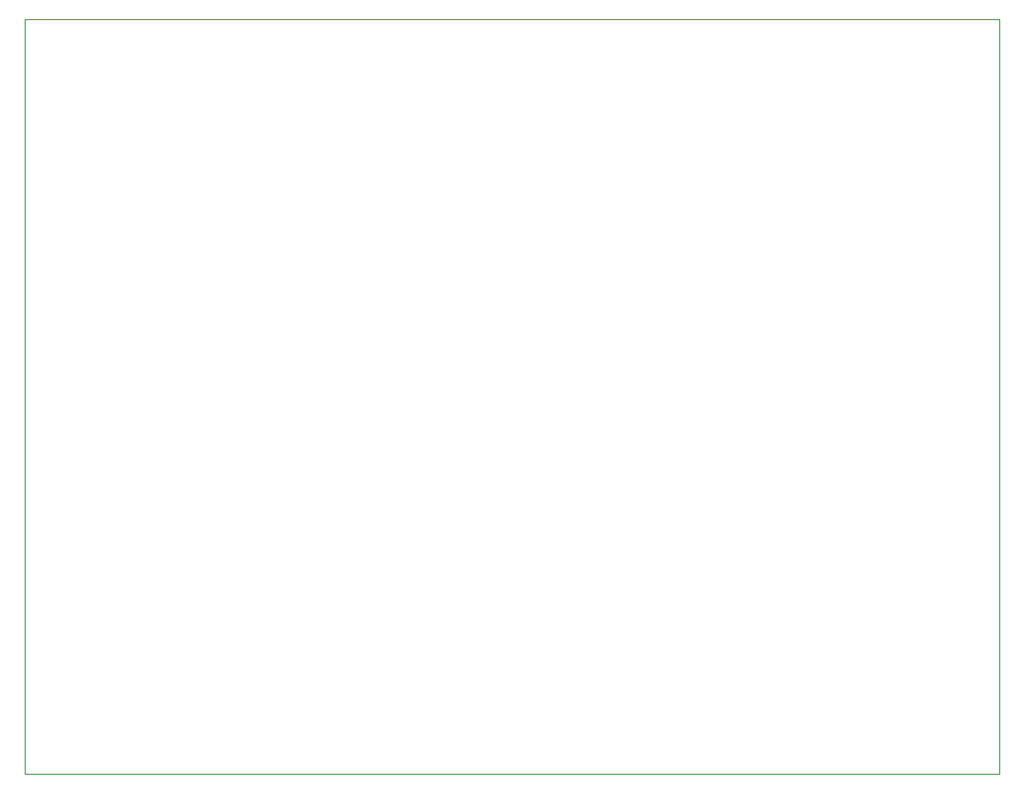
<source format=gbr>
%TF.GenerationSoftware,KiCad,Pcbnew,5.1.12-84ad8e8a86~92~ubuntu20.04.1*%
%TF.CreationDate,2022-07-31T12:46:28-07:00*%
%TF.ProjectId,MPPTSolarPwrModule,4d505054-536f-46c6-9172-5077724d6f64,rev?*%
%TF.SameCoordinates,Original*%
%TF.FileFunction,Profile,NP*%
%FSLAX46Y46*%
G04 Gerber Fmt 4.6, Leading zero omitted, Abs format (unit mm)*
G04 Created by KiCad (PCBNEW 5.1.12-84ad8e8a86~92~ubuntu20.04.1) date 2022-07-31 12:46:28*
%MOMM*%
%LPD*%
G01*
G04 APERTURE LIST*
%TA.AperFunction,Profile*%
%ADD10C,0.050000*%
%TD*%
G04 APERTURE END LIST*
D10*
X181660000Y-37510000D02*
X91490000Y-37510000D01*
X181660000Y-107360000D02*
X181660000Y-37510000D01*
X91490000Y-107360000D02*
X181660000Y-107360000D01*
X91490000Y-37510000D02*
X91490000Y-107360000D01*
M02*

</source>
